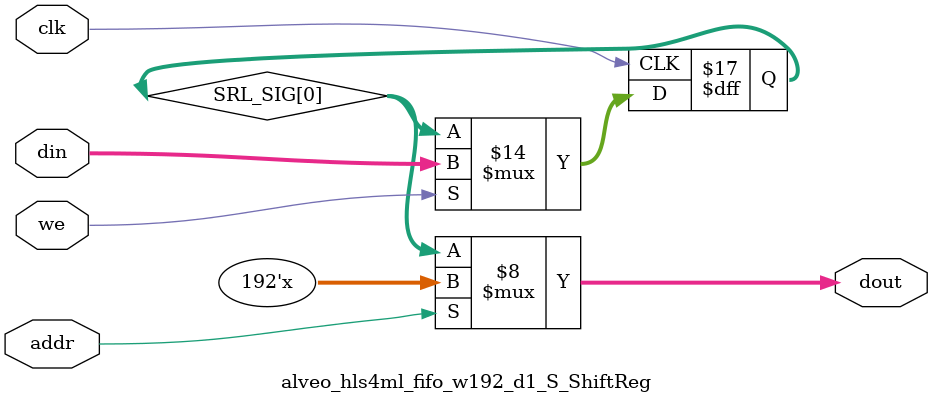
<source format=v>

`timescale 1 ns / 1 ps

module alveo_hls4ml_fifo_w192_d1_S
#(parameter
    MEM_STYLE   = "shiftReg",
    DATA_WIDTH  = 192,
    ADDR_WIDTH  = 1,
    DEPTH       = 1)
(
    // system signal
    input  wire                  clk,
    input  wire                  reset,

    // write
    output wire                  if_full_n,
    input  wire                  if_write_ce,
    input  wire                  if_write,
    input  wire [DATA_WIDTH-1:0] if_din,
    
    // read 
    output wire [ADDR_WIDTH:0]   if_num_data_valid, // for FRP
    output wire [ADDR_WIDTH:0]   if_fifo_cap,       // for FRP
    output wire                  if_empty_n,
    input  wire                  if_read_ce,
    input  wire                  if_read,
    output wire [DATA_WIDTH-1:0] if_dout
);
//------------------------Parameter----------------------

//------------------------Local signal-------------------
wire [ADDR_WIDTH-1:0] addr;
wire                  push;
wire                  pop;
reg signed [ADDR_WIDTH:0]   mOutPtr;
reg                   empty_n = 1'b0;
reg                   full_n  = 1'b1;
// with almost full?  no 
//------------------------Instantiation------------------
alveo_hls4ml_fifo_w192_d1_S_ShiftReg 
#(  .DATA_WIDTH (DATA_WIDTH),
    .ADDR_WIDTH (ADDR_WIDTH),
    .DEPTH      (DEPTH))
U_alveo_hls4ml_fifo_w192_d1_S_ShiftReg (
    .clk        (clk),
    .we         (push),
    .addr       (addr),
    .din        (if_din),
    .dout       (if_dout)
);
//------------------------Task and function--------------

//------------------------Body---------------------------
// has num_data_valid ? 
assign if_num_data_valid = mOutPtr + 1'b1; // yes
assign if_fifo_cap = DEPTH; // yes 

// has almost full ? 
assign if_full_n  = full_n; //no 
assign if_empty_n = empty_n;

assign push = (if_write & if_write_ce) & full_n;
assign pop  = (if_read & if_read_ce) & empty_n;
assign addr = mOutPtr[ADDR_WIDTH] == 1'b0 ? mOutPtr[ADDR_WIDTH-1:0]:{ADDR_WIDTH{1'b0}};

// full_n
always @(posedge clk ) begin
    if (reset == 1'b1)
        full_n <= 1'b1;
    else if (push & ~pop) begin
        if (mOutPtr == DEPTH - 2)
            full_n <= 1'b0;
    end
    else if (~push & pop)
        full_n <= 1'b1;
end

// almost_full_n 

// empty_n
always @(posedge clk ) begin
    if (reset == 1'b1)
        empty_n <= 1'b0;
    else if (push & ~pop)
        empty_n <= 1'b1;
    else if (~push & pop) begin
        if (mOutPtr == 0)
            empty_n <= 1'b0;
    end
end

// mOutPtr
always @(posedge clk ) begin
    if (reset == 1'b1)
        mOutPtr <= {ADDR_WIDTH+1{1'b1}};
    else if (push & ~pop)
        mOutPtr <= mOutPtr + 1'b1;
    else if (~push & pop)
        mOutPtr <= mOutPtr - 1'b1;
end

endmodule  


module alveo_hls4ml_fifo_w192_d1_S_ShiftReg
#(parameter
    DATA_WIDTH  = 192,
    ADDR_WIDTH  = 1,
    DEPTH       = 1)
(
    input  wire                  clk,
    input  wire                  we,
    input  wire [ADDR_WIDTH-1:0] addr,
    input  wire [DATA_WIDTH-1:0] din,
    output wire [DATA_WIDTH-1:0] dout
);

reg [DATA_WIDTH-1:0] SRL_SIG [0:DEPTH-1];
integer i;

always @ (posedge clk) begin
    if (we) begin
        for (i=0; i<DEPTH-1; i=i+1)
            SRL_SIG[i+1] <= SRL_SIG[i];
        SRL_SIG[0] <= din;
    end
end

assign dout = SRL_SIG[addr];

endmodule

</source>
